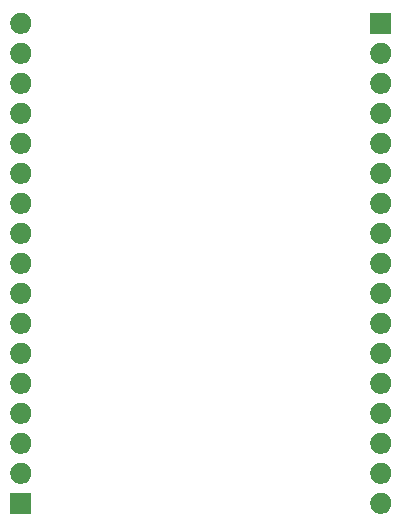
<source format=gbr>
G04 #@! TF.GenerationSoftware,KiCad,Pcbnew,(5.1.5-0-10_14)*
G04 #@! TF.CreationDate,2020-05-04T17:52:18-06:00*
G04 #@! TF.ProjectId,L6207Q,4c363230-3751-42e6-9b69-6361645f7063,rev?*
G04 #@! TF.SameCoordinates,Original*
G04 #@! TF.FileFunction,Soldermask,Bot*
G04 #@! TF.FilePolarity,Negative*
%FSLAX46Y46*%
G04 Gerber Fmt 4.6, Leading zero omitted, Abs format (unit mm)*
G04 Created by KiCad (PCBNEW (5.1.5-0-10_14)) date 2020-05-04 17:52:18*
%MOMM*%
%LPD*%
G04 APERTURE LIST*
%ADD10C,0.100000*%
G04 APERTURE END LIST*
D10*
G36*
X44563512Y-53713927D02*
G01*
X44712812Y-53743624D01*
X44876784Y-53811544D01*
X45024354Y-53910147D01*
X45149853Y-54035646D01*
X45248456Y-54183216D01*
X45316376Y-54347188D01*
X45351000Y-54521259D01*
X45351000Y-54698741D01*
X45316376Y-54872812D01*
X45248456Y-55036784D01*
X45149853Y-55184354D01*
X45024354Y-55309853D01*
X44876784Y-55408456D01*
X44712812Y-55476376D01*
X44563512Y-55506073D01*
X44538742Y-55511000D01*
X44361258Y-55511000D01*
X44336488Y-55506073D01*
X44187188Y-55476376D01*
X44023216Y-55408456D01*
X43875646Y-55309853D01*
X43750147Y-55184354D01*
X43651544Y-55036784D01*
X43583624Y-54872812D01*
X43549000Y-54698741D01*
X43549000Y-54521259D01*
X43583624Y-54347188D01*
X43651544Y-54183216D01*
X43750147Y-54035646D01*
X43875646Y-53910147D01*
X44023216Y-53811544D01*
X44187188Y-53743624D01*
X44336488Y-53713927D01*
X44361258Y-53709000D01*
X44538742Y-53709000D01*
X44563512Y-53713927D01*
G37*
G36*
X14871000Y-55511000D02*
G01*
X13069000Y-55511000D01*
X13069000Y-53709000D01*
X14871000Y-53709000D01*
X14871000Y-55511000D01*
G37*
G36*
X44563512Y-51173927D02*
G01*
X44712812Y-51203624D01*
X44876784Y-51271544D01*
X45024354Y-51370147D01*
X45149853Y-51495646D01*
X45248456Y-51643216D01*
X45316376Y-51807188D01*
X45351000Y-51981259D01*
X45351000Y-52158741D01*
X45316376Y-52332812D01*
X45248456Y-52496784D01*
X45149853Y-52644354D01*
X45024354Y-52769853D01*
X44876784Y-52868456D01*
X44712812Y-52936376D01*
X44563512Y-52966073D01*
X44538742Y-52971000D01*
X44361258Y-52971000D01*
X44336488Y-52966073D01*
X44187188Y-52936376D01*
X44023216Y-52868456D01*
X43875646Y-52769853D01*
X43750147Y-52644354D01*
X43651544Y-52496784D01*
X43583624Y-52332812D01*
X43549000Y-52158741D01*
X43549000Y-51981259D01*
X43583624Y-51807188D01*
X43651544Y-51643216D01*
X43750147Y-51495646D01*
X43875646Y-51370147D01*
X44023216Y-51271544D01*
X44187188Y-51203624D01*
X44336488Y-51173927D01*
X44361258Y-51169000D01*
X44538742Y-51169000D01*
X44563512Y-51173927D01*
G37*
G36*
X14083512Y-51173927D02*
G01*
X14232812Y-51203624D01*
X14396784Y-51271544D01*
X14544354Y-51370147D01*
X14669853Y-51495646D01*
X14768456Y-51643216D01*
X14836376Y-51807188D01*
X14871000Y-51981259D01*
X14871000Y-52158741D01*
X14836376Y-52332812D01*
X14768456Y-52496784D01*
X14669853Y-52644354D01*
X14544354Y-52769853D01*
X14396784Y-52868456D01*
X14232812Y-52936376D01*
X14083512Y-52966073D01*
X14058742Y-52971000D01*
X13881258Y-52971000D01*
X13856488Y-52966073D01*
X13707188Y-52936376D01*
X13543216Y-52868456D01*
X13395646Y-52769853D01*
X13270147Y-52644354D01*
X13171544Y-52496784D01*
X13103624Y-52332812D01*
X13069000Y-52158741D01*
X13069000Y-51981259D01*
X13103624Y-51807188D01*
X13171544Y-51643216D01*
X13270147Y-51495646D01*
X13395646Y-51370147D01*
X13543216Y-51271544D01*
X13707188Y-51203624D01*
X13856488Y-51173927D01*
X13881258Y-51169000D01*
X14058742Y-51169000D01*
X14083512Y-51173927D01*
G37*
G36*
X44563512Y-48633927D02*
G01*
X44712812Y-48663624D01*
X44876784Y-48731544D01*
X45024354Y-48830147D01*
X45149853Y-48955646D01*
X45248456Y-49103216D01*
X45316376Y-49267188D01*
X45351000Y-49441259D01*
X45351000Y-49618741D01*
X45316376Y-49792812D01*
X45248456Y-49956784D01*
X45149853Y-50104354D01*
X45024354Y-50229853D01*
X44876784Y-50328456D01*
X44712812Y-50396376D01*
X44563512Y-50426073D01*
X44538742Y-50431000D01*
X44361258Y-50431000D01*
X44336488Y-50426073D01*
X44187188Y-50396376D01*
X44023216Y-50328456D01*
X43875646Y-50229853D01*
X43750147Y-50104354D01*
X43651544Y-49956784D01*
X43583624Y-49792812D01*
X43549000Y-49618741D01*
X43549000Y-49441259D01*
X43583624Y-49267188D01*
X43651544Y-49103216D01*
X43750147Y-48955646D01*
X43875646Y-48830147D01*
X44023216Y-48731544D01*
X44187188Y-48663624D01*
X44336488Y-48633927D01*
X44361258Y-48629000D01*
X44538742Y-48629000D01*
X44563512Y-48633927D01*
G37*
G36*
X14083512Y-48633927D02*
G01*
X14232812Y-48663624D01*
X14396784Y-48731544D01*
X14544354Y-48830147D01*
X14669853Y-48955646D01*
X14768456Y-49103216D01*
X14836376Y-49267188D01*
X14871000Y-49441259D01*
X14871000Y-49618741D01*
X14836376Y-49792812D01*
X14768456Y-49956784D01*
X14669853Y-50104354D01*
X14544354Y-50229853D01*
X14396784Y-50328456D01*
X14232812Y-50396376D01*
X14083512Y-50426073D01*
X14058742Y-50431000D01*
X13881258Y-50431000D01*
X13856488Y-50426073D01*
X13707188Y-50396376D01*
X13543216Y-50328456D01*
X13395646Y-50229853D01*
X13270147Y-50104354D01*
X13171544Y-49956784D01*
X13103624Y-49792812D01*
X13069000Y-49618741D01*
X13069000Y-49441259D01*
X13103624Y-49267188D01*
X13171544Y-49103216D01*
X13270147Y-48955646D01*
X13395646Y-48830147D01*
X13543216Y-48731544D01*
X13707188Y-48663624D01*
X13856488Y-48633927D01*
X13881258Y-48629000D01*
X14058742Y-48629000D01*
X14083512Y-48633927D01*
G37*
G36*
X14083512Y-46093927D02*
G01*
X14232812Y-46123624D01*
X14396784Y-46191544D01*
X14544354Y-46290147D01*
X14669853Y-46415646D01*
X14768456Y-46563216D01*
X14836376Y-46727188D01*
X14871000Y-46901259D01*
X14871000Y-47078741D01*
X14836376Y-47252812D01*
X14768456Y-47416784D01*
X14669853Y-47564354D01*
X14544354Y-47689853D01*
X14396784Y-47788456D01*
X14232812Y-47856376D01*
X14083512Y-47886073D01*
X14058742Y-47891000D01*
X13881258Y-47891000D01*
X13856488Y-47886073D01*
X13707188Y-47856376D01*
X13543216Y-47788456D01*
X13395646Y-47689853D01*
X13270147Y-47564354D01*
X13171544Y-47416784D01*
X13103624Y-47252812D01*
X13069000Y-47078741D01*
X13069000Y-46901259D01*
X13103624Y-46727188D01*
X13171544Y-46563216D01*
X13270147Y-46415646D01*
X13395646Y-46290147D01*
X13543216Y-46191544D01*
X13707188Y-46123624D01*
X13856488Y-46093927D01*
X13881258Y-46089000D01*
X14058742Y-46089000D01*
X14083512Y-46093927D01*
G37*
G36*
X44563512Y-46093927D02*
G01*
X44712812Y-46123624D01*
X44876784Y-46191544D01*
X45024354Y-46290147D01*
X45149853Y-46415646D01*
X45248456Y-46563216D01*
X45316376Y-46727188D01*
X45351000Y-46901259D01*
X45351000Y-47078741D01*
X45316376Y-47252812D01*
X45248456Y-47416784D01*
X45149853Y-47564354D01*
X45024354Y-47689853D01*
X44876784Y-47788456D01*
X44712812Y-47856376D01*
X44563512Y-47886073D01*
X44538742Y-47891000D01*
X44361258Y-47891000D01*
X44336488Y-47886073D01*
X44187188Y-47856376D01*
X44023216Y-47788456D01*
X43875646Y-47689853D01*
X43750147Y-47564354D01*
X43651544Y-47416784D01*
X43583624Y-47252812D01*
X43549000Y-47078741D01*
X43549000Y-46901259D01*
X43583624Y-46727188D01*
X43651544Y-46563216D01*
X43750147Y-46415646D01*
X43875646Y-46290147D01*
X44023216Y-46191544D01*
X44187188Y-46123624D01*
X44336488Y-46093927D01*
X44361258Y-46089000D01*
X44538742Y-46089000D01*
X44563512Y-46093927D01*
G37*
G36*
X14083512Y-43553927D02*
G01*
X14232812Y-43583624D01*
X14396784Y-43651544D01*
X14544354Y-43750147D01*
X14669853Y-43875646D01*
X14768456Y-44023216D01*
X14836376Y-44187188D01*
X14871000Y-44361259D01*
X14871000Y-44538741D01*
X14836376Y-44712812D01*
X14768456Y-44876784D01*
X14669853Y-45024354D01*
X14544354Y-45149853D01*
X14396784Y-45248456D01*
X14232812Y-45316376D01*
X14083512Y-45346073D01*
X14058742Y-45351000D01*
X13881258Y-45351000D01*
X13856488Y-45346073D01*
X13707188Y-45316376D01*
X13543216Y-45248456D01*
X13395646Y-45149853D01*
X13270147Y-45024354D01*
X13171544Y-44876784D01*
X13103624Y-44712812D01*
X13069000Y-44538741D01*
X13069000Y-44361259D01*
X13103624Y-44187188D01*
X13171544Y-44023216D01*
X13270147Y-43875646D01*
X13395646Y-43750147D01*
X13543216Y-43651544D01*
X13707188Y-43583624D01*
X13856488Y-43553927D01*
X13881258Y-43549000D01*
X14058742Y-43549000D01*
X14083512Y-43553927D01*
G37*
G36*
X44563512Y-43553927D02*
G01*
X44712812Y-43583624D01*
X44876784Y-43651544D01*
X45024354Y-43750147D01*
X45149853Y-43875646D01*
X45248456Y-44023216D01*
X45316376Y-44187188D01*
X45351000Y-44361259D01*
X45351000Y-44538741D01*
X45316376Y-44712812D01*
X45248456Y-44876784D01*
X45149853Y-45024354D01*
X45024354Y-45149853D01*
X44876784Y-45248456D01*
X44712812Y-45316376D01*
X44563512Y-45346073D01*
X44538742Y-45351000D01*
X44361258Y-45351000D01*
X44336488Y-45346073D01*
X44187188Y-45316376D01*
X44023216Y-45248456D01*
X43875646Y-45149853D01*
X43750147Y-45024354D01*
X43651544Y-44876784D01*
X43583624Y-44712812D01*
X43549000Y-44538741D01*
X43549000Y-44361259D01*
X43583624Y-44187188D01*
X43651544Y-44023216D01*
X43750147Y-43875646D01*
X43875646Y-43750147D01*
X44023216Y-43651544D01*
X44187188Y-43583624D01*
X44336488Y-43553927D01*
X44361258Y-43549000D01*
X44538742Y-43549000D01*
X44563512Y-43553927D01*
G37*
G36*
X44563512Y-41013927D02*
G01*
X44712812Y-41043624D01*
X44876784Y-41111544D01*
X45024354Y-41210147D01*
X45149853Y-41335646D01*
X45248456Y-41483216D01*
X45316376Y-41647188D01*
X45351000Y-41821259D01*
X45351000Y-41998741D01*
X45316376Y-42172812D01*
X45248456Y-42336784D01*
X45149853Y-42484354D01*
X45024354Y-42609853D01*
X44876784Y-42708456D01*
X44712812Y-42776376D01*
X44563512Y-42806073D01*
X44538742Y-42811000D01*
X44361258Y-42811000D01*
X44336488Y-42806073D01*
X44187188Y-42776376D01*
X44023216Y-42708456D01*
X43875646Y-42609853D01*
X43750147Y-42484354D01*
X43651544Y-42336784D01*
X43583624Y-42172812D01*
X43549000Y-41998741D01*
X43549000Y-41821259D01*
X43583624Y-41647188D01*
X43651544Y-41483216D01*
X43750147Y-41335646D01*
X43875646Y-41210147D01*
X44023216Y-41111544D01*
X44187188Y-41043624D01*
X44336488Y-41013927D01*
X44361258Y-41009000D01*
X44538742Y-41009000D01*
X44563512Y-41013927D01*
G37*
G36*
X14083512Y-41013927D02*
G01*
X14232812Y-41043624D01*
X14396784Y-41111544D01*
X14544354Y-41210147D01*
X14669853Y-41335646D01*
X14768456Y-41483216D01*
X14836376Y-41647188D01*
X14871000Y-41821259D01*
X14871000Y-41998741D01*
X14836376Y-42172812D01*
X14768456Y-42336784D01*
X14669853Y-42484354D01*
X14544354Y-42609853D01*
X14396784Y-42708456D01*
X14232812Y-42776376D01*
X14083512Y-42806073D01*
X14058742Y-42811000D01*
X13881258Y-42811000D01*
X13856488Y-42806073D01*
X13707188Y-42776376D01*
X13543216Y-42708456D01*
X13395646Y-42609853D01*
X13270147Y-42484354D01*
X13171544Y-42336784D01*
X13103624Y-42172812D01*
X13069000Y-41998741D01*
X13069000Y-41821259D01*
X13103624Y-41647188D01*
X13171544Y-41483216D01*
X13270147Y-41335646D01*
X13395646Y-41210147D01*
X13543216Y-41111544D01*
X13707188Y-41043624D01*
X13856488Y-41013927D01*
X13881258Y-41009000D01*
X14058742Y-41009000D01*
X14083512Y-41013927D01*
G37*
G36*
X44563512Y-38473927D02*
G01*
X44712812Y-38503624D01*
X44876784Y-38571544D01*
X45024354Y-38670147D01*
X45149853Y-38795646D01*
X45248456Y-38943216D01*
X45316376Y-39107188D01*
X45351000Y-39281259D01*
X45351000Y-39458741D01*
X45316376Y-39632812D01*
X45248456Y-39796784D01*
X45149853Y-39944354D01*
X45024354Y-40069853D01*
X44876784Y-40168456D01*
X44712812Y-40236376D01*
X44563512Y-40266073D01*
X44538742Y-40271000D01*
X44361258Y-40271000D01*
X44336488Y-40266073D01*
X44187188Y-40236376D01*
X44023216Y-40168456D01*
X43875646Y-40069853D01*
X43750147Y-39944354D01*
X43651544Y-39796784D01*
X43583624Y-39632812D01*
X43549000Y-39458741D01*
X43549000Y-39281259D01*
X43583624Y-39107188D01*
X43651544Y-38943216D01*
X43750147Y-38795646D01*
X43875646Y-38670147D01*
X44023216Y-38571544D01*
X44187188Y-38503624D01*
X44336488Y-38473927D01*
X44361258Y-38469000D01*
X44538742Y-38469000D01*
X44563512Y-38473927D01*
G37*
G36*
X14083512Y-38473927D02*
G01*
X14232812Y-38503624D01*
X14396784Y-38571544D01*
X14544354Y-38670147D01*
X14669853Y-38795646D01*
X14768456Y-38943216D01*
X14836376Y-39107188D01*
X14871000Y-39281259D01*
X14871000Y-39458741D01*
X14836376Y-39632812D01*
X14768456Y-39796784D01*
X14669853Y-39944354D01*
X14544354Y-40069853D01*
X14396784Y-40168456D01*
X14232812Y-40236376D01*
X14083512Y-40266073D01*
X14058742Y-40271000D01*
X13881258Y-40271000D01*
X13856488Y-40266073D01*
X13707188Y-40236376D01*
X13543216Y-40168456D01*
X13395646Y-40069853D01*
X13270147Y-39944354D01*
X13171544Y-39796784D01*
X13103624Y-39632812D01*
X13069000Y-39458741D01*
X13069000Y-39281259D01*
X13103624Y-39107188D01*
X13171544Y-38943216D01*
X13270147Y-38795646D01*
X13395646Y-38670147D01*
X13543216Y-38571544D01*
X13707188Y-38503624D01*
X13856488Y-38473927D01*
X13881258Y-38469000D01*
X14058742Y-38469000D01*
X14083512Y-38473927D01*
G37*
G36*
X14083512Y-35933927D02*
G01*
X14232812Y-35963624D01*
X14396784Y-36031544D01*
X14544354Y-36130147D01*
X14669853Y-36255646D01*
X14768456Y-36403216D01*
X14836376Y-36567188D01*
X14871000Y-36741259D01*
X14871000Y-36918741D01*
X14836376Y-37092812D01*
X14768456Y-37256784D01*
X14669853Y-37404354D01*
X14544354Y-37529853D01*
X14396784Y-37628456D01*
X14232812Y-37696376D01*
X14083512Y-37726073D01*
X14058742Y-37731000D01*
X13881258Y-37731000D01*
X13856488Y-37726073D01*
X13707188Y-37696376D01*
X13543216Y-37628456D01*
X13395646Y-37529853D01*
X13270147Y-37404354D01*
X13171544Y-37256784D01*
X13103624Y-37092812D01*
X13069000Y-36918741D01*
X13069000Y-36741259D01*
X13103624Y-36567188D01*
X13171544Y-36403216D01*
X13270147Y-36255646D01*
X13395646Y-36130147D01*
X13543216Y-36031544D01*
X13707188Y-35963624D01*
X13856488Y-35933927D01*
X13881258Y-35929000D01*
X14058742Y-35929000D01*
X14083512Y-35933927D01*
G37*
G36*
X44563512Y-35933927D02*
G01*
X44712812Y-35963624D01*
X44876784Y-36031544D01*
X45024354Y-36130147D01*
X45149853Y-36255646D01*
X45248456Y-36403216D01*
X45316376Y-36567188D01*
X45351000Y-36741259D01*
X45351000Y-36918741D01*
X45316376Y-37092812D01*
X45248456Y-37256784D01*
X45149853Y-37404354D01*
X45024354Y-37529853D01*
X44876784Y-37628456D01*
X44712812Y-37696376D01*
X44563512Y-37726073D01*
X44538742Y-37731000D01*
X44361258Y-37731000D01*
X44336488Y-37726073D01*
X44187188Y-37696376D01*
X44023216Y-37628456D01*
X43875646Y-37529853D01*
X43750147Y-37404354D01*
X43651544Y-37256784D01*
X43583624Y-37092812D01*
X43549000Y-36918741D01*
X43549000Y-36741259D01*
X43583624Y-36567188D01*
X43651544Y-36403216D01*
X43750147Y-36255646D01*
X43875646Y-36130147D01*
X44023216Y-36031544D01*
X44187188Y-35963624D01*
X44336488Y-35933927D01*
X44361258Y-35929000D01*
X44538742Y-35929000D01*
X44563512Y-35933927D01*
G37*
G36*
X14083512Y-33393927D02*
G01*
X14232812Y-33423624D01*
X14396784Y-33491544D01*
X14544354Y-33590147D01*
X14669853Y-33715646D01*
X14768456Y-33863216D01*
X14836376Y-34027188D01*
X14871000Y-34201259D01*
X14871000Y-34378741D01*
X14836376Y-34552812D01*
X14768456Y-34716784D01*
X14669853Y-34864354D01*
X14544354Y-34989853D01*
X14396784Y-35088456D01*
X14232812Y-35156376D01*
X14083512Y-35186073D01*
X14058742Y-35191000D01*
X13881258Y-35191000D01*
X13856488Y-35186073D01*
X13707188Y-35156376D01*
X13543216Y-35088456D01*
X13395646Y-34989853D01*
X13270147Y-34864354D01*
X13171544Y-34716784D01*
X13103624Y-34552812D01*
X13069000Y-34378741D01*
X13069000Y-34201259D01*
X13103624Y-34027188D01*
X13171544Y-33863216D01*
X13270147Y-33715646D01*
X13395646Y-33590147D01*
X13543216Y-33491544D01*
X13707188Y-33423624D01*
X13856488Y-33393927D01*
X13881258Y-33389000D01*
X14058742Y-33389000D01*
X14083512Y-33393927D01*
G37*
G36*
X44563512Y-33393927D02*
G01*
X44712812Y-33423624D01*
X44876784Y-33491544D01*
X45024354Y-33590147D01*
X45149853Y-33715646D01*
X45248456Y-33863216D01*
X45316376Y-34027188D01*
X45351000Y-34201259D01*
X45351000Y-34378741D01*
X45316376Y-34552812D01*
X45248456Y-34716784D01*
X45149853Y-34864354D01*
X45024354Y-34989853D01*
X44876784Y-35088456D01*
X44712812Y-35156376D01*
X44563512Y-35186073D01*
X44538742Y-35191000D01*
X44361258Y-35191000D01*
X44336488Y-35186073D01*
X44187188Y-35156376D01*
X44023216Y-35088456D01*
X43875646Y-34989853D01*
X43750147Y-34864354D01*
X43651544Y-34716784D01*
X43583624Y-34552812D01*
X43549000Y-34378741D01*
X43549000Y-34201259D01*
X43583624Y-34027188D01*
X43651544Y-33863216D01*
X43750147Y-33715646D01*
X43875646Y-33590147D01*
X44023216Y-33491544D01*
X44187188Y-33423624D01*
X44336488Y-33393927D01*
X44361258Y-33389000D01*
X44538742Y-33389000D01*
X44563512Y-33393927D01*
G37*
G36*
X14083512Y-30853927D02*
G01*
X14232812Y-30883624D01*
X14396784Y-30951544D01*
X14544354Y-31050147D01*
X14669853Y-31175646D01*
X14768456Y-31323216D01*
X14836376Y-31487188D01*
X14871000Y-31661259D01*
X14871000Y-31838741D01*
X14836376Y-32012812D01*
X14768456Y-32176784D01*
X14669853Y-32324354D01*
X14544354Y-32449853D01*
X14396784Y-32548456D01*
X14232812Y-32616376D01*
X14083512Y-32646073D01*
X14058742Y-32651000D01*
X13881258Y-32651000D01*
X13856488Y-32646073D01*
X13707188Y-32616376D01*
X13543216Y-32548456D01*
X13395646Y-32449853D01*
X13270147Y-32324354D01*
X13171544Y-32176784D01*
X13103624Y-32012812D01*
X13069000Y-31838741D01*
X13069000Y-31661259D01*
X13103624Y-31487188D01*
X13171544Y-31323216D01*
X13270147Y-31175646D01*
X13395646Y-31050147D01*
X13543216Y-30951544D01*
X13707188Y-30883624D01*
X13856488Y-30853927D01*
X13881258Y-30849000D01*
X14058742Y-30849000D01*
X14083512Y-30853927D01*
G37*
G36*
X44563512Y-30853927D02*
G01*
X44712812Y-30883624D01*
X44876784Y-30951544D01*
X45024354Y-31050147D01*
X45149853Y-31175646D01*
X45248456Y-31323216D01*
X45316376Y-31487188D01*
X45351000Y-31661259D01*
X45351000Y-31838741D01*
X45316376Y-32012812D01*
X45248456Y-32176784D01*
X45149853Y-32324354D01*
X45024354Y-32449853D01*
X44876784Y-32548456D01*
X44712812Y-32616376D01*
X44563512Y-32646073D01*
X44538742Y-32651000D01*
X44361258Y-32651000D01*
X44336488Y-32646073D01*
X44187188Y-32616376D01*
X44023216Y-32548456D01*
X43875646Y-32449853D01*
X43750147Y-32324354D01*
X43651544Y-32176784D01*
X43583624Y-32012812D01*
X43549000Y-31838741D01*
X43549000Y-31661259D01*
X43583624Y-31487188D01*
X43651544Y-31323216D01*
X43750147Y-31175646D01*
X43875646Y-31050147D01*
X44023216Y-30951544D01*
X44187188Y-30883624D01*
X44336488Y-30853927D01*
X44361258Y-30849000D01*
X44538742Y-30849000D01*
X44563512Y-30853927D01*
G37*
G36*
X14083512Y-28313927D02*
G01*
X14232812Y-28343624D01*
X14396784Y-28411544D01*
X14544354Y-28510147D01*
X14669853Y-28635646D01*
X14768456Y-28783216D01*
X14836376Y-28947188D01*
X14871000Y-29121259D01*
X14871000Y-29298741D01*
X14836376Y-29472812D01*
X14768456Y-29636784D01*
X14669853Y-29784354D01*
X14544354Y-29909853D01*
X14396784Y-30008456D01*
X14232812Y-30076376D01*
X14083512Y-30106073D01*
X14058742Y-30111000D01*
X13881258Y-30111000D01*
X13856488Y-30106073D01*
X13707188Y-30076376D01*
X13543216Y-30008456D01*
X13395646Y-29909853D01*
X13270147Y-29784354D01*
X13171544Y-29636784D01*
X13103624Y-29472812D01*
X13069000Y-29298741D01*
X13069000Y-29121259D01*
X13103624Y-28947188D01*
X13171544Y-28783216D01*
X13270147Y-28635646D01*
X13395646Y-28510147D01*
X13543216Y-28411544D01*
X13707188Y-28343624D01*
X13856488Y-28313927D01*
X13881258Y-28309000D01*
X14058742Y-28309000D01*
X14083512Y-28313927D01*
G37*
G36*
X44563512Y-28313927D02*
G01*
X44712812Y-28343624D01*
X44876784Y-28411544D01*
X45024354Y-28510147D01*
X45149853Y-28635646D01*
X45248456Y-28783216D01*
X45316376Y-28947188D01*
X45351000Y-29121259D01*
X45351000Y-29298741D01*
X45316376Y-29472812D01*
X45248456Y-29636784D01*
X45149853Y-29784354D01*
X45024354Y-29909853D01*
X44876784Y-30008456D01*
X44712812Y-30076376D01*
X44563512Y-30106073D01*
X44538742Y-30111000D01*
X44361258Y-30111000D01*
X44336488Y-30106073D01*
X44187188Y-30076376D01*
X44023216Y-30008456D01*
X43875646Y-29909853D01*
X43750147Y-29784354D01*
X43651544Y-29636784D01*
X43583624Y-29472812D01*
X43549000Y-29298741D01*
X43549000Y-29121259D01*
X43583624Y-28947188D01*
X43651544Y-28783216D01*
X43750147Y-28635646D01*
X43875646Y-28510147D01*
X44023216Y-28411544D01*
X44187188Y-28343624D01*
X44336488Y-28313927D01*
X44361258Y-28309000D01*
X44538742Y-28309000D01*
X44563512Y-28313927D01*
G37*
G36*
X44563512Y-25773927D02*
G01*
X44712812Y-25803624D01*
X44876784Y-25871544D01*
X45024354Y-25970147D01*
X45149853Y-26095646D01*
X45248456Y-26243216D01*
X45316376Y-26407188D01*
X45351000Y-26581259D01*
X45351000Y-26758741D01*
X45316376Y-26932812D01*
X45248456Y-27096784D01*
X45149853Y-27244354D01*
X45024354Y-27369853D01*
X44876784Y-27468456D01*
X44712812Y-27536376D01*
X44563512Y-27566073D01*
X44538742Y-27571000D01*
X44361258Y-27571000D01*
X44336488Y-27566073D01*
X44187188Y-27536376D01*
X44023216Y-27468456D01*
X43875646Y-27369853D01*
X43750147Y-27244354D01*
X43651544Y-27096784D01*
X43583624Y-26932812D01*
X43549000Y-26758741D01*
X43549000Y-26581259D01*
X43583624Y-26407188D01*
X43651544Y-26243216D01*
X43750147Y-26095646D01*
X43875646Y-25970147D01*
X44023216Y-25871544D01*
X44187188Y-25803624D01*
X44336488Y-25773927D01*
X44361258Y-25769000D01*
X44538742Y-25769000D01*
X44563512Y-25773927D01*
G37*
G36*
X14083512Y-25773927D02*
G01*
X14232812Y-25803624D01*
X14396784Y-25871544D01*
X14544354Y-25970147D01*
X14669853Y-26095646D01*
X14768456Y-26243216D01*
X14836376Y-26407188D01*
X14871000Y-26581259D01*
X14871000Y-26758741D01*
X14836376Y-26932812D01*
X14768456Y-27096784D01*
X14669853Y-27244354D01*
X14544354Y-27369853D01*
X14396784Y-27468456D01*
X14232812Y-27536376D01*
X14083512Y-27566073D01*
X14058742Y-27571000D01*
X13881258Y-27571000D01*
X13856488Y-27566073D01*
X13707188Y-27536376D01*
X13543216Y-27468456D01*
X13395646Y-27369853D01*
X13270147Y-27244354D01*
X13171544Y-27096784D01*
X13103624Y-26932812D01*
X13069000Y-26758741D01*
X13069000Y-26581259D01*
X13103624Y-26407188D01*
X13171544Y-26243216D01*
X13270147Y-26095646D01*
X13395646Y-25970147D01*
X13543216Y-25871544D01*
X13707188Y-25803624D01*
X13856488Y-25773927D01*
X13881258Y-25769000D01*
X14058742Y-25769000D01*
X14083512Y-25773927D01*
G37*
G36*
X14083512Y-23233927D02*
G01*
X14232812Y-23263624D01*
X14396784Y-23331544D01*
X14544354Y-23430147D01*
X14669853Y-23555646D01*
X14768456Y-23703216D01*
X14836376Y-23867188D01*
X14871000Y-24041259D01*
X14871000Y-24218741D01*
X14836376Y-24392812D01*
X14768456Y-24556784D01*
X14669853Y-24704354D01*
X14544354Y-24829853D01*
X14396784Y-24928456D01*
X14232812Y-24996376D01*
X14083512Y-25026073D01*
X14058742Y-25031000D01*
X13881258Y-25031000D01*
X13856488Y-25026073D01*
X13707188Y-24996376D01*
X13543216Y-24928456D01*
X13395646Y-24829853D01*
X13270147Y-24704354D01*
X13171544Y-24556784D01*
X13103624Y-24392812D01*
X13069000Y-24218741D01*
X13069000Y-24041259D01*
X13103624Y-23867188D01*
X13171544Y-23703216D01*
X13270147Y-23555646D01*
X13395646Y-23430147D01*
X13543216Y-23331544D01*
X13707188Y-23263624D01*
X13856488Y-23233927D01*
X13881258Y-23229000D01*
X14058742Y-23229000D01*
X14083512Y-23233927D01*
G37*
G36*
X44563512Y-23233927D02*
G01*
X44712812Y-23263624D01*
X44876784Y-23331544D01*
X45024354Y-23430147D01*
X45149853Y-23555646D01*
X45248456Y-23703216D01*
X45316376Y-23867188D01*
X45351000Y-24041259D01*
X45351000Y-24218741D01*
X45316376Y-24392812D01*
X45248456Y-24556784D01*
X45149853Y-24704354D01*
X45024354Y-24829853D01*
X44876784Y-24928456D01*
X44712812Y-24996376D01*
X44563512Y-25026073D01*
X44538742Y-25031000D01*
X44361258Y-25031000D01*
X44336488Y-25026073D01*
X44187188Y-24996376D01*
X44023216Y-24928456D01*
X43875646Y-24829853D01*
X43750147Y-24704354D01*
X43651544Y-24556784D01*
X43583624Y-24392812D01*
X43549000Y-24218741D01*
X43549000Y-24041259D01*
X43583624Y-23867188D01*
X43651544Y-23703216D01*
X43750147Y-23555646D01*
X43875646Y-23430147D01*
X44023216Y-23331544D01*
X44187188Y-23263624D01*
X44336488Y-23233927D01*
X44361258Y-23229000D01*
X44538742Y-23229000D01*
X44563512Y-23233927D01*
G37*
G36*
X14083512Y-20693927D02*
G01*
X14232812Y-20723624D01*
X14396784Y-20791544D01*
X14544354Y-20890147D01*
X14669853Y-21015646D01*
X14768456Y-21163216D01*
X14836376Y-21327188D01*
X14871000Y-21501259D01*
X14871000Y-21678741D01*
X14836376Y-21852812D01*
X14768456Y-22016784D01*
X14669853Y-22164354D01*
X14544354Y-22289853D01*
X14396784Y-22388456D01*
X14232812Y-22456376D01*
X14083512Y-22486073D01*
X14058742Y-22491000D01*
X13881258Y-22491000D01*
X13856488Y-22486073D01*
X13707188Y-22456376D01*
X13543216Y-22388456D01*
X13395646Y-22289853D01*
X13270147Y-22164354D01*
X13171544Y-22016784D01*
X13103624Y-21852812D01*
X13069000Y-21678741D01*
X13069000Y-21501259D01*
X13103624Y-21327188D01*
X13171544Y-21163216D01*
X13270147Y-21015646D01*
X13395646Y-20890147D01*
X13543216Y-20791544D01*
X13707188Y-20723624D01*
X13856488Y-20693927D01*
X13881258Y-20689000D01*
X14058742Y-20689000D01*
X14083512Y-20693927D01*
G37*
G36*
X44563512Y-20693927D02*
G01*
X44712812Y-20723624D01*
X44876784Y-20791544D01*
X45024354Y-20890147D01*
X45149853Y-21015646D01*
X45248456Y-21163216D01*
X45316376Y-21327188D01*
X45351000Y-21501259D01*
X45351000Y-21678741D01*
X45316376Y-21852812D01*
X45248456Y-22016784D01*
X45149853Y-22164354D01*
X45024354Y-22289853D01*
X44876784Y-22388456D01*
X44712812Y-22456376D01*
X44563512Y-22486073D01*
X44538742Y-22491000D01*
X44361258Y-22491000D01*
X44336488Y-22486073D01*
X44187188Y-22456376D01*
X44023216Y-22388456D01*
X43875646Y-22289853D01*
X43750147Y-22164354D01*
X43651544Y-22016784D01*
X43583624Y-21852812D01*
X43549000Y-21678741D01*
X43549000Y-21501259D01*
X43583624Y-21327188D01*
X43651544Y-21163216D01*
X43750147Y-21015646D01*
X43875646Y-20890147D01*
X44023216Y-20791544D01*
X44187188Y-20723624D01*
X44336488Y-20693927D01*
X44361258Y-20689000D01*
X44538742Y-20689000D01*
X44563512Y-20693927D01*
G37*
G36*
X44563512Y-18153927D02*
G01*
X44712812Y-18183624D01*
X44876784Y-18251544D01*
X45024354Y-18350147D01*
X45149853Y-18475646D01*
X45248456Y-18623216D01*
X45316376Y-18787188D01*
X45351000Y-18961259D01*
X45351000Y-19138741D01*
X45316376Y-19312812D01*
X45248456Y-19476784D01*
X45149853Y-19624354D01*
X45024354Y-19749853D01*
X44876784Y-19848456D01*
X44712812Y-19916376D01*
X44563512Y-19946073D01*
X44538742Y-19951000D01*
X44361258Y-19951000D01*
X44336488Y-19946073D01*
X44187188Y-19916376D01*
X44023216Y-19848456D01*
X43875646Y-19749853D01*
X43750147Y-19624354D01*
X43651544Y-19476784D01*
X43583624Y-19312812D01*
X43549000Y-19138741D01*
X43549000Y-18961259D01*
X43583624Y-18787188D01*
X43651544Y-18623216D01*
X43750147Y-18475646D01*
X43875646Y-18350147D01*
X44023216Y-18251544D01*
X44187188Y-18183624D01*
X44336488Y-18153927D01*
X44361258Y-18149000D01*
X44538742Y-18149000D01*
X44563512Y-18153927D01*
G37*
G36*
X14083512Y-18153927D02*
G01*
X14232812Y-18183624D01*
X14396784Y-18251544D01*
X14544354Y-18350147D01*
X14669853Y-18475646D01*
X14768456Y-18623216D01*
X14836376Y-18787188D01*
X14871000Y-18961259D01*
X14871000Y-19138741D01*
X14836376Y-19312812D01*
X14768456Y-19476784D01*
X14669853Y-19624354D01*
X14544354Y-19749853D01*
X14396784Y-19848456D01*
X14232812Y-19916376D01*
X14083512Y-19946073D01*
X14058742Y-19951000D01*
X13881258Y-19951000D01*
X13856488Y-19946073D01*
X13707188Y-19916376D01*
X13543216Y-19848456D01*
X13395646Y-19749853D01*
X13270147Y-19624354D01*
X13171544Y-19476784D01*
X13103624Y-19312812D01*
X13069000Y-19138741D01*
X13069000Y-18961259D01*
X13103624Y-18787188D01*
X13171544Y-18623216D01*
X13270147Y-18475646D01*
X13395646Y-18350147D01*
X13543216Y-18251544D01*
X13707188Y-18183624D01*
X13856488Y-18153927D01*
X13881258Y-18149000D01*
X14058742Y-18149000D01*
X14083512Y-18153927D01*
G37*
G36*
X44563512Y-15613927D02*
G01*
X44712812Y-15643624D01*
X44876784Y-15711544D01*
X45024354Y-15810147D01*
X45149853Y-15935646D01*
X45248456Y-16083216D01*
X45316376Y-16247188D01*
X45351000Y-16421259D01*
X45351000Y-16598741D01*
X45316376Y-16772812D01*
X45248456Y-16936784D01*
X45149853Y-17084354D01*
X45024354Y-17209853D01*
X44876784Y-17308456D01*
X44712812Y-17376376D01*
X44563512Y-17406073D01*
X44538742Y-17411000D01*
X44361258Y-17411000D01*
X44336488Y-17406073D01*
X44187188Y-17376376D01*
X44023216Y-17308456D01*
X43875646Y-17209853D01*
X43750147Y-17084354D01*
X43651544Y-16936784D01*
X43583624Y-16772812D01*
X43549000Y-16598741D01*
X43549000Y-16421259D01*
X43583624Y-16247188D01*
X43651544Y-16083216D01*
X43750147Y-15935646D01*
X43875646Y-15810147D01*
X44023216Y-15711544D01*
X44187188Y-15643624D01*
X44336488Y-15613927D01*
X44361258Y-15609000D01*
X44538742Y-15609000D01*
X44563512Y-15613927D01*
G37*
G36*
X14083512Y-15613927D02*
G01*
X14232812Y-15643624D01*
X14396784Y-15711544D01*
X14544354Y-15810147D01*
X14669853Y-15935646D01*
X14768456Y-16083216D01*
X14836376Y-16247188D01*
X14871000Y-16421259D01*
X14871000Y-16598741D01*
X14836376Y-16772812D01*
X14768456Y-16936784D01*
X14669853Y-17084354D01*
X14544354Y-17209853D01*
X14396784Y-17308456D01*
X14232812Y-17376376D01*
X14083512Y-17406073D01*
X14058742Y-17411000D01*
X13881258Y-17411000D01*
X13856488Y-17406073D01*
X13707188Y-17376376D01*
X13543216Y-17308456D01*
X13395646Y-17209853D01*
X13270147Y-17084354D01*
X13171544Y-16936784D01*
X13103624Y-16772812D01*
X13069000Y-16598741D01*
X13069000Y-16421259D01*
X13103624Y-16247188D01*
X13171544Y-16083216D01*
X13270147Y-15935646D01*
X13395646Y-15810147D01*
X13543216Y-15711544D01*
X13707188Y-15643624D01*
X13856488Y-15613927D01*
X13881258Y-15609000D01*
X14058742Y-15609000D01*
X14083512Y-15613927D01*
G37*
G36*
X14083512Y-13073927D02*
G01*
X14232812Y-13103624D01*
X14396784Y-13171544D01*
X14544354Y-13270147D01*
X14669853Y-13395646D01*
X14768456Y-13543216D01*
X14836376Y-13707188D01*
X14871000Y-13881259D01*
X14871000Y-14058741D01*
X14836376Y-14232812D01*
X14768456Y-14396784D01*
X14669853Y-14544354D01*
X14544354Y-14669853D01*
X14396784Y-14768456D01*
X14232812Y-14836376D01*
X14083512Y-14866073D01*
X14058742Y-14871000D01*
X13881258Y-14871000D01*
X13856488Y-14866073D01*
X13707188Y-14836376D01*
X13543216Y-14768456D01*
X13395646Y-14669853D01*
X13270147Y-14544354D01*
X13171544Y-14396784D01*
X13103624Y-14232812D01*
X13069000Y-14058741D01*
X13069000Y-13881259D01*
X13103624Y-13707188D01*
X13171544Y-13543216D01*
X13270147Y-13395646D01*
X13395646Y-13270147D01*
X13543216Y-13171544D01*
X13707188Y-13103624D01*
X13856488Y-13073927D01*
X13881258Y-13069000D01*
X14058742Y-13069000D01*
X14083512Y-13073927D01*
G37*
G36*
X45351000Y-14871000D02*
G01*
X43549000Y-14871000D01*
X43549000Y-13069000D01*
X45351000Y-13069000D01*
X45351000Y-14871000D01*
G37*
M02*

</source>
